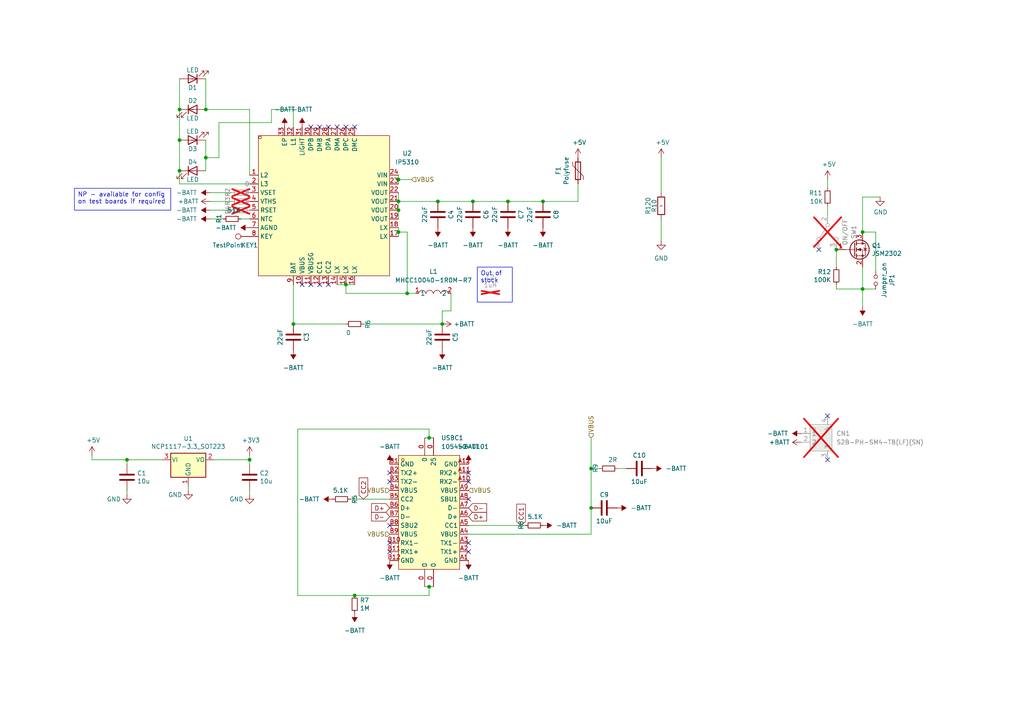
<source format=kicad_sch>
(kicad_sch (version 20231120) (generator "eeschema") (generator_version "8.0")
  (paper "A4")
  (lib_symbols
    (symbol "Connector:TestPoint" (pin_numbers hide) (pin_names (offset 0.762) hide)
      (property "Reference" "TP" (at 0 6.858 0))
      (property "Value" "TestPoint" (at 0 5.08 0))
      (symbol "TestPoint_0_1"
        (circle (center 0 3.302) (radius 0.762))
      )
      (symbol "TestPoint_1_1"
        (pin passive line (at 0 0 90) (length 2.54) (name "1") (number "1"))
      )
    )
    (symbol "Device:C" (pin_numbers hide) (pin_names (offset 0.254))
      (property "Reference" "C" (at 0.635 2.54 0))
      (property "Value" "C" (at 0.635 -2.54 0))
      (symbol "C_0_1"
        (polyline (pts (xy -2.032 -0.762) (xy 2.032 -0.762)) (stroke (width 0.508)))
        (polyline (pts (xy -2.032 0.762) (xy 2.032 0.762)) (stroke (width 0.508)))
      )
      (symbol "C_1_1"
        (pin passive line (at 0 3.81 270) (length 2.794) (name "~") (number "1"))
        (pin passive line (at 0 -3.81 90) (length 2.794) (name "~") (number "2"))
      )
    )
    (symbol "Device:LED" (pin_numbers hide) (pin_names (offset 1.016) hide)
      (property "Reference" "D" (at 0 2.54 0))
      (property "Value" "LED" (at 0 -2.54 0))
      (symbol "LED_0_1"
        (polyline (pts (xy -1.27 -1.27) (xy -1.27 1.27)) (stroke (width 0.254)))
        (polyline (pts (xy -1.27 0) (xy 1.27 0)))
        (polyline (pts (xy 1.27 -1.27) (xy 1.27 1.27) (xy -1.27 0) (xy 1.27 -1.27)) (stroke (width 0.254)))
        (polyline (pts (xy -3.048 -0.762) (xy -4.572 -2.286) (xy -3.81 -2.286) (xy -4.572 -2.286) (xy -4.572 -1.524)))
        (polyline (pts (xy -1.778 -0.762) (xy -3.302 -2.286) (xy -2.54 -2.286) (xy -3.302 -2.286) (xy -3.302 -1.524)))
      )
      (symbol "LED_1_1"
        (pin passive line (at -3.81 0 0) (length 2.54) (name "K") (number "1"))
        (pin passive line (at 3.81 0 180) (length 2.54) (name "A") (number "2"))
      )
    )
    (symbol "Device:L_Small" (pin_numbers hide) (pin_names (offset 0.254) hide)
      (property "Reference" "L" (at 0.762 1.016 0))
      (property "Value" "L_Small" (at 0.762 -1.016 0))
      (symbol "L_Small_0_1"
        (arc (start 0 -2.032) (mid 0.5058 -1.524) (end 0 -1.016))
        (arc (start 0 -1.016) (mid 0.5058 -0.508) (end 0 0))
        (arc (start 0 0) (mid 0.5058 0.508) (end 0 1.016))
        (arc (start 0 1.016) (mid 0.5058 1.524) (end 0 2.032))
      )
      (symbol "L_Small_1_1"
        (pin passive line (at 0 2.54 270) (length 0.508) (name "~") (number "1"))
        (pin passive line (at 0 -2.54 90) (length 0.508) (name "~") (number "2"))
      )
    )
    (symbol "Device:Polyfuse" (pin_numbers hide) (pin_names (offset 0))
      (property "Reference" "F" (at -2.54 0 90))
      (property "Value" "Polyfuse" (at 2.54 0 90))
      (symbol "Polyfuse_0_1"
        (rectangle (start -0.762 2.54) (end 0.762 -2.54) (stroke (width 0.254)))
        (polyline (pts (xy 0 2.54) (xy 0 -2.54)))
        (polyline (pts (xy -1.524 2.54) (xy -1.524 1.524) (xy 1.524 -1.524) (xy 1.524 -2.54)))
      )
      (symbol "Polyfuse_1_1"
        (pin passive line (at 0 3.81 270) (length 1.27) (name "~") (number "1"))
        (pin passive line (at 0 -3.81 90) (length 1.27) (name "~") (number "2"))
      )
    )
    (symbol "Device:R" (pin_numbers hide) (pin_names (offset 0))
      (property "Reference" "R" (at 2.032 0 90))
      (property "Value" "R" (at 0 0 90))
      (symbol "R_0_1"
        (rectangle (start -1.016 -2.54) (end 1.016 2.54) (stroke (width 0.254)))
      )
      (symbol "R_1_1"
        (pin passive line (at 0 3.81 270) (length 1.27) (name "~") (number "1"))
        (pin passive line (at 0 -3.81 90) (length 1.27) (name "~") (number "2"))
      )
    )
    (symbol "Device:R_Small" (pin_numbers hide) (pin_names (offset 0.254) hide)
      (property "Reference" "R" (at 0.762 0.508 0))
      (property "Value" "R_Small" (at 0.762 -1.016 0))
      (symbol "R_Small_0_1"
        (rectangle (start -0.762 1.778) (end 0.762 -1.778) (stroke (width 0.2032)))
      )
      (symbol "R_Small_1_1"
        (pin passive line (at 0 2.54 270) (length 0.762) (name "~") (number "1"))
        (pin passive line (at 0 -2.54 90) (length 0.762) (name "~") (number "2"))
      )
    )
    (symbol "MyBikesGotLED-rescue:Jumper_NO_Small-Device" (pin_numbers hide) (pin_names (offset 0.762) hide)
      (property "Reference" "JP" (at 0 2.032 0))
      (property "Value" "Jumper_NO_Small-Device" (at 0.254 -1.524 0))
      (symbol "Jumper_NO_Small-Device_0_1"
        (circle (center -1.016 0) (radius 0.508))
        (circle (center 1.016 0) (radius 0.508))
        (pin passive line (at -2.54 0 0) (length 1.016) (name "1") (number "1"))
        (pin passive line (at 2.54 0 180) (length 1.016) (name "2") (number "2"))
      )
    )
    (symbol "Regulator_Linear:NCP1117-3.3_SOT223" (pin_names (offset 0.254))
      (property "Reference" "U" (at -3.81 3.175 0))
      (property "Value" "NCP1117-3.3_SOT223" (at 0 3.175 0))
      (symbol "NCP1117-3.3_SOT223_0_1"
        (rectangle (start -5.08 -5.08) (end 5.08 1.905) (stroke (width 0.254)) (fill (type background)))
      )
      (symbol "NCP1117-3.3_SOT223_1_1"
        (pin power_in line (at 0 -7.62 90) (length 2.54) (name "GND") (number "1"))
        (pin power_out line (at 7.62 0 180) (length 2.54) (name "VO") (number "2"))
        (pin power_in line (at -7.62 0 0) (length 2.54) (name "VI") (number "3"))
      )
    )
    (symbol "Switch:SW_SPDT" (pin_names (offset 0) hide)
      (property "Reference" "SW" (at 0 4.318 0))
      (property "Value" "SW_SPDT" (at 0 -5.08 0))
      (symbol "SW_SPDT_0_0"
        (circle (center -2.032 0) (radius 0.508))
        (circle (center 2.032 -2.54) (radius 0.508))
      )
      (symbol "SW_SPDT_0_1"
        (polyline (pts (xy -1.524 0.254) (xy 1.651 2.286)))
        (circle (center 2.032 2.54) (radius 0.508))
      )
      (symbol "SW_SPDT_1_1"
        (pin passive line (at 5.08 2.54 180) (length 2.54) (name "A") (number "1"))
        (pin passive line (at -5.08 0 0) (length 2.54) (name "B") (number "2"))
        (pin passive line (at 5.08 -2.54 180) (length 2.54) (name "C") (number "3"))
      )
    )
    (symbol "Transistor_FET:DMN2041L" (pin_names hide)
      (property "Reference" "Q" (at 5.08 1.905 0))
      (property "Value" "DMN2041L" (at 5.08 0 0))
      (symbol "DMN2041L_0_1"
        (polyline (pts (xy 0.254 0) (xy -2.54 0)))
        (polyline (pts (xy 0.254 1.905) (xy 0.254 -1.905)) (stroke (width 0.254)))
        (polyline (pts (xy 0.762 -1.27) (xy 0.762 -2.286)) (stroke (width 0.254)))
        (polyline (pts (xy 0.762 0.508) (xy 0.762 -0.508)) (stroke (width 0.254)))
        (polyline (pts (xy 0.762 2.286) (xy 0.762 1.27)) (stroke (width 0.254)))
        (polyline (pts (xy 2.54 2.54) (xy 2.54 1.778)))
        (polyline (pts (xy 2.54 -2.54) (xy 2.54 0) (xy 0.762 0)))
        (polyline (pts (xy 0.762 -1.778) (xy 3.302 -1.778) (xy 3.302 1.778) (xy 0.762 1.778)))
        (polyline (pts (xy 1.016 0) (xy 2.032 0.381) (xy 2.032 -0.381) (xy 1.016 0)) (fill (type outline)))
        (polyline (pts (xy 2.794 0.508) (xy 2.921 0.381) (xy 3.683 0.381) (xy 3.81 0.254)))
        (polyline (pts (xy 3.302 0.381) (xy 2.921 -0.254) (xy 3.683 -0.254) (xy 3.302 0.381)))
        (circle (center 1.651 0) (radius 2.794) (stroke (width 0.254)))
        (circle (center 2.54 -1.778) (radius 0.254) (fill (type outline)))
        (circle (center 2.54 1.778) (radius 0.254) (fill (type outline)))
      )
      (symbol "DMN2041L_1_1"
        (pin input line (at -5.08 0 0) (length 2.54) (name "G") (number "1"))
        (pin passive line (at 2.54 -5.08 90) (length 2.54) (name "S") (number "2"))
        (pin passive line (at 2.54 5.08 270) (length 2.54) (name "D") (number "3"))
      )
    )
    (symbol "easyeda2kicad:105450-0101"
      (property "Reference" "USBC" (at 0 26.67 0))
      (property "Value" "105450-0101" (at 0 -26.67 0))
      (symbol "105450-0101_0_1"
        (rectangle (start -8.89 16.51) (end 8.89 -16.51) (fill (type background)))
        (circle (center -7.62 15.24) (radius 0.38))
        (pin unspecified line (at -1.27 -21.59 90) (length 5.08) (name "0") (number "0"))
        (pin unspecified line (at -1.27 21.59 270) (length 5.08) (name "0") (number "0"))
        (pin unspecified line (at 1.27 -21.59 90) (length 5.08) (name "0") (number "0"))
        (pin unspecified line (at 1.27 21.59 270) (length 5.08) (name "25") (number "0"))
        (pin unspecified line (at 11.43 -13.97 180) (length 2.54) (name "GND") (number "A1"))
        (pin unspecified line (at 11.43 8.89 180) (length 2.54) (name "RX2-") (number "A10"))
        (pin unspecified line (at 11.43 11.43 180) (length 2.54) (name "RX2+") (number "A11"))
        (pin unspecified line (at 11.43 13.97 180) (length 2.54) (name "GND") (number "A12"))
        (pin unspecified line (at 11.43 -11.43 180) (length 2.54) (name "TX1+") (number "A2"))
        (pin unspecified line (at 11.43 -8.89 180) (length 2.54) (name "TX1-") (number "A3"))
        (pin unspecified line (at 11.43 -6.35 180) (length 2.54) (name "VBUS") (number "A4"))
        (pin unspecified line (at 11.43 -3.81 180) (length 2.54) (name "CC1") (number "A5"))
        (pin unspecified line (at 11.43 -1.27 180) (length 2.54) (name "D+") (number "A6"))
        (pin unspecified line (at 11.43 1.27 180) (length 2.54) (name "D-") (number "A7"))
        (pin unspecified line (at 11.43 3.81 180) (length 2.54) (name "SBU1") (number "A8"))
        (pin unspecified line (at 11.43 6.35 180) (length 2.54) (name "VBUS") (number "A9"))
        (pin unspecified line (at -11.43 13.97 0) (length 2.54) (name "GND") (number "B1"))
        (pin unspecified line (at -11.43 -8.89 0) (length 2.54) (name "RX1-") (number "B10"))
        (pin unspecified line (at -11.43 -11.43 0) (length 2.54) (name "RX1+") (number "B11"))
        (pin unspecified line (at -11.43 -13.97 0) (length 2.54) (name "GND") (number "B12"))
        (pin unspecified line (at -11.43 11.43 0) (length 2.54) (name "TX2+") (number "B2"))
        (pin unspecified line (at -11.43 8.89 0) (length 2.54) (name "TX2-") (number "B3"))
        (pin unspecified line (at -11.43 6.35 0) (length 2.54) (name "VBUS") (number "B4"))
        (pin unspecified line (at -11.43 3.81 0) (length 2.54) (name "CC2") (number "B5"))
        (pin unspecified line (at -11.43 1.27 0) (length 2.54) (name "D+") (number "B6"))
        (pin unspecified line (at -11.43 -1.27 0) (length 2.54) (name "D-") (number "B7"))
        (pin unspecified line (at -11.43 -3.81 0) (length 2.54) (name "SBU2") (number "B8"))
        (pin unspecified line (at -11.43 -6.35 0) (length 2.54) (name "VBUS") (number "B9"))
      )
    )
    (symbol "easyeda2kicad:IP5310"
      (property "Reference" "U" (at 0 27.94 0))
      (property "Value" "IP5310" (at 0 -27.94 0))
      (symbol "IP5310_0_1"
        (rectangle (start -19.05 20.32) (end 19.05 -20.32) (fill (type background)))
        (circle (center -18.54 19.81) (radius 0.38))
        (pin unspecified line (at -21.59 8.89 0) (length 2.54) (name "L2") (number "1"))
        (pin unspecified line (at -6.35 -22.86 90) (length 2.54) (name "VBUS") (number "10"))
        (pin unspecified line (at -3.81 -22.86 90) (length 2.54) (name "VBUSG") (number "11"))
        (pin unspecified line (at -1.27 -22.86 90) (length 2.54) (name "CC1") (number "12"))
        (pin unspecified line (at 1.27 -22.86 90) (length 2.54) (name "CC2") (number "13"))
        (pin unspecified line (at 3.81 -22.86 90) (length 2.54) (name "LX") (number "14"))
        (pin unspecified line (at 6.35 -22.86 90) (length 2.54) (name "LX") (number "15"))
        (pin unspecified line (at 8.89 -22.86 90) (length 2.54) (name "LX") (number "16"))
        (pin unspecified line (at 21.59 -8.89 180) (length 2.54) (name "LX") (number "17"))
        (pin unspecified line (at 21.59 -6.35 180) (length 2.54) (name "LX") (number "18"))
        (pin unspecified line (at 21.59 -3.81 180) (length 2.54) (name "VOUT") (number "19"))
        (pin unspecified line (at -21.59 6.35 0) (length 2.54) (name "L3") (number "2"))
        (pin unspecified line (at 21.59 -1.27 180) (length 2.54) (name "VOUT") (number "20"))
        (pin unspecified line (at 21.59 1.27 180) (length 2.54) (name "VOUT") (number "21"))
        (pin unspecified line (at 21.59 3.81 180) (length 2.54) (name "VOUT") (number "22"))
        (pin unspecified line (at 21.59 6.35 180) (length 2.54) (name "VIN") (number "23"))
        (pin unspecified line (at 21.59 8.89 180) (length 2.54) (name "VIN") (number "24"))
        (pin unspecified line (at 8.89 22.86 270) (length 2.54) (name "DMC") (number "25"))
        (pin unspecified line (at 6.35 22.86 270) (length 2.54) (name "DPC") (number "26"))
        (pin unspecified line (at 3.81 22.86 270) (length 2.54) (name "DMA") (number "27"))
        (pin unspecified line (at 1.27 22.86 270) (length 2.54) (name "DPA") (number "28"))
        (pin unspecified line (at -1.27 22.86 270) (length 2.54) (name "DMB") (number "29"))
        (pin unspecified line (at -21.59 3.81 0) (length 2.54) (name "VSET") (number "3"))
        (pin unspecified line (at -3.81 22.86 270) (length 2.54) (name "DPB") (number "30"))
        (pin unspecified line (at -6.35 22.86 270) (length 2.54) (name "LIGHT") (number "31"))
        (pin unspecified line (at -8.89 22.86 270) (length 2.54) (name "L1") (number "32"))
        (pin unspecified line (at -11.43 22.86 270) (length 2.54) (name "EP") (number "33"))
        (pin unspecified line (at -21.59 1.27 0) (length 2.54) (name "VTHS") (number "4"))
        (pin unspecified line (at -21.59 -1.27 0) (length 2.54) (name "RSET") (number "5"))
        (pin unspecified line (at -21.59 -3.81 0) (length 2.54) (name "NTC") (number "6"))
        (pin unspecified line (at -21.59 -6.35 0) (length 2.54) (name "AGND") (number "7"))
        (pin unspecified line (at -21.59 -8.89 0) (length 2.54) (name "KEY") (number "8"))
        (pin unspecified line (at -8.89 -22.86 90) (length 2.54) (name "BAT") (number "9"))
      )
    )
    (symbol "easyeda2kicad:MHCC10040-1R0M-R7"
      (property "Reference" "L" (at 0 5.08 0))
      (property "Value" "MHCC10040-1R0M-R7" (at 0 -5.08 0))
      (symbol "MHCC10040-1R0M-R7_0_1"
        (arc (start -2.27 -0.02) (mid -3.28 0.9027) (end -4.29 -0.02))
        (arc (start -0.11 -0.02) (mid -1.12 0.9071) (end -2.13 -0.02))
        (arc (start 2.04 -0.02) (mid 1.03 0.9071) (end 0.02 -0.02))
        (arc (start 4.23 -0.02) (mid 3.22 0.9071) (end 2.21 -0.02))
        (pin unspecified line (at -5.08 0 0) (length 0.762) (name "1") (number "1"))
        (pin unspecified line (at 5.08 0 180) (length 0.762) (name "2") (number "2"))
      )
    )
    (symbol "easyeda2kicad:S2B-PH-SM4-TB(LF)(SN)"
      (property "Reference" "CN" (at 0 11.43 0))
      (property "Value" "S2B-PH-SM4-TB(LF)(SN)" (at 0 -11.43 0))
      (symbol "S2B-PH-SM4-TB(LF)(SN)_0_1"
        (rectangle (start -1.27 3.81) (end 5.08 -3.81) (fill (type background)))
        (circle (center 0 2.54) (radius 0.38))
        (pin unspecified line (at -3.81 1.27 0) (length 2.54) (name "1") (number "1"))
        (pin unspecified line (at -3.81 -1.27 0) (length 2.54) (name "2") (number "2"))
        (pin unspecified line (at 3.81 -6.35 90) (length 2.54) (name "3") (number "3"))
        (pin unspecified line (at 3.81 6.35 270) (length 2.54) (name "4") (number "4"))
      )
    )
    (symbol "power:+3V3" (power) (pin_names (offset 0))
      (property "Value" "+3V3" (at 0 3.556 0))
      (symbol "+3V3_0_1"
        (polyline (pts (xy -0.762 1.27) (xy 0 2.54)))
        (polyline (pts (xy 0 0) (xy 0 2.54)))
        (polyline (pts (xy 0 2.54) (xy 0.762 1.27)))
      )
      (symbol "+3V3_1_1"
        (pin power_in line (at 0 0 90) (length 0) hide (name "+3V3") (number "1"))
      )
    )
    (symbol "power:+5V" (power) (pin_names (offset 0))
      (property "Value" "+5V" (at 0 3.556 0))
      (symbol "+5V_0_1"
        (polyline (pts (xy -0.762 1.27) (xy 0 2.54)))
        (polyline (pts (xy 0 0) (xy 0 2.54)))
        (polyline (pts (xy 0 2.54) (xy 0.762 1.27)))
      )
      (symbol "+5V_1_1"
        (pin power_in line (at 0 0 90) (length 0) hide (name "+5V") (number "1"))
      )
    )
    (symbol "power:+BATT" (power) (pin_names (offset 0))
      (property "Value" "+BATT" (at 0 3.556 0))
      (symbol "+BATT_0_1"
        (polyline (pts (xy -0.762 1.27) (xy 0 2.54)))
        (polyline (pts (xy 0 0) (xy 0 2.54)))
        (polyline (pts (xy 0 2.54) (xy 0.762 1.27)))
      )
      (symbol "+BATT_1_1"
        (pin power_in line (at 0 0 90) (length 0) hide (name "+BATT") (number "1"))
      )
    )
    (symbol "power:-BATT" (power) (pin_names (offset 0))
      (property "Value" "-BATT" (at 0 3.556 0))
      (symbol "-BATT_0_1"
        (polyline (pts (xy 0 0) (xy 0 2.54)))
        (polyline (pts (xy 0.762 1.27) (xy -0.762 1.27) (xy 0 2.54) (xy 0.762 1.27)) (fill (type outline)))
      )
      (symbol "-BATT_1_1"
        (pin power_in line (at 0 0 90) (length 0) hide (name "-BATT") (number "1"))
      )
    )
    (symbol "power:GND" (power) (pin_names (offset 0))
      (property "Value" "GND" (at 0 -3.81 0))
      (symbol "GND_0_1"
        (polyline (pts (xy 0 0) (xy 0 -1.27) (xy 1.27 -1.27) (xy 0 -2.54) (xy -1.27 -1.27) (xy 0 -1.27)))
      )
      (symbol "GND_1_1"
        (pin power_in line (at 0 0 270) (length 0) hide (name "GND") (number "1"))
      )
    )
  )
  (junction (at 250.19 67.31))
  (junction (at 72.39 133.35))
  (junction (at 115.57 67.31))
  (junction (at 128.27 93.98))
  (junction (at 100.33 82.55))
  (junction (at 157.48 58.42))
  (junction (at 147.32 58.42))
  (junction (at 124.46 127))
  (junction (at 250.19 83.82))
  (junction (at 52.07 49.53))
  (junction (at 115.57 58.42))
  (junction (at 59.69 31.75))
  (junction (at 242.57 72.39))
  (junction (at 52.07 40.64))
  (junction (at 137.16 58.42))
  (junction (at 115.57 52.07))
  (junction (at 52.07 31.75))
  (junction (at 102.87 172.72))
  (junction (at 118.11 85.09))
  (junction (at 171.45 135.89))
  (junction (at 171.45 147.32))
  (junction (at 124.46 170.18))
  (junction (at 59.69 45.72))
  (junction (at 36.83 133.35))
  (junction (at 115.57 60.96))
  (junction (at 127 58.42))
  (junction (at 85.09 93.98))
  (no_connect (at 102.87 36.83))
  (no_connect (at 135.89 139.7))
  (no_connect (at 113.03 160.02))
  (no_connect (at 240.03 133.35))
  (no_connect (at 90.17 82.55))
  (no_connect (at 97.79 36.83))
  (no_connect (at 135.89 157.48))
  (no_connect (at 90.17 36.83))
  (no_connect (at 237.49 72.39))
  (no_connect (at 240.03 120.65))
  (no_connect (at 135.89 160.02))
  (no_connect (at 87.63 82.55))
  (no_connect (at 135.89 137.16))
  (no_connect (at 113.03 137.16))
  (no_connect (at 113.03 152.4))
  (no_connect (at 92.71 36.83))
  (no_connect (at 113.03 139.7))
  (no_connect (at 100.33 36.83))
  (no_connect (at 95.25 82.55))
  (no_connect (at 95.25 36.83))
  (no_connect (at 135.89 144.78))
  (no_connect (at 113.03 157.48))
  (no_connect (at 92.71 82.55))
  (wire (pts (xy 46.99 133.35) (xy 36.83 133.35)))
  (wire (pts (xy 123.19 170.18) (xy 124.46 170.18)))
  (wire (pts (xy 26.67 132.08) (xy 26.67 133.35)))
  (wire (pts (xy 97.79 82.55) (xy 100.33 82.55)))
  (wire (pts (xy 240.03 59.69) (xy 240.03 62.23)))
  (wire (pts (xy 118.11 85.09) (xy 118.11 67.31)))
  (wire (pts (xy 179.07 135.89) (xy 181.61 135.89)))
  (wire (pts (xy 100.33 85.09) (xy 118.11 85.09)))
  (wire (pts (xy 242.57 83.82) (xy 242.57 82.55)))
  (wire (pts (xy 85.09 31.75) (xy 78.74 31.75)))
  (wire (pts (xy 86.36 172.72) (xy 102.87 172.72)))
  (wire (pts (xy 72.39 142.24) (xy 72.39 143.51)))
  (wire (pts (xy 119.38 52.07) (xy 115.57 52.07)))
  (wire (pts (xy 36.83 142.24) (xy 36.83 143.51)))
  (wire (pts (xy 26.67 133.35) (xy 36.83 133.35)))
  (wire (pts (xy 250.19 83.82) (xy 250.19 88.9)))
  (wire (pts (xy 52.07 31.75) (xy 52.07 40.64)))
  (wire (pts (xy 115.57 52.07) (xy 115.57 53.34)))
  (wire (pts (xy 135.89 152.4) (xy 152.4 152.4)))
  (wire (pts (xy 52.07 22.86) (xy 52.07 31.75)))
  (wire (pts (xy 59.69 45.72) (xy 59.69 49.53)))
  (wire (pts (xy 72.39 134.62) (xy 72.39 133.35)))
  (wire (pts (xy 167.64 53.34) (xy 167.64 58.42)))
  (wire (pts (xy 250.19 57.15) (xy 250.19 67.31)))
  (wire (pts (xy 54.61 140.97) (xy 54.61 142.24)))
  (wire (pts (xy 72.39 133.35) (xy 72.39 132.08)))
  (wire (pts (xy 171.45 147.32) (xy 171.45 154.94)))
  (wire (pts (xy 135.89 154.94) (xy 171.45 154.94)))
  (wire (pts (xy 250.19 83.82) (xy 242.57 83.82)))
  (wire (pts (xy 240.03 52.07) (xy 240.03 54.61)))
  (wire (pts (xy 124.46 127) (xy 125.73 127)))
  (wire (pts (xy 254 83.82) (xy 250.19 83.82)))
  (wire (pts (xy 69.85 63.5) (xy 72.39 63.5)))
  (wire (pts (xy 115.57 50.8) (xy 115.57 52.07)))
  (wire (pts (xy 60.96 55.88) (xy 67.31 55.88)))
  (wire (pts (xy 127 58.42) (xy 137.16 58.42)))
  (wire (pts (xy 171.45 127) (xy 171.45 135.89)))
  (wire (pts (xy 123.19 127) (xy 124.46 127)))
  (wire (pts (xy 105.41 93.98) (xy 128.27 93.98)))
  (wire (pts (xy 115.57 67.31) (xy 115.57 68.58)))
  (wire (pts (xy 124.46 170.18) (xy 125.73 170.18)))
  (wire (pts (xy 72.39 31.75) (xy 59.69 31.75)))
  (wire (pts (xy 157.48 58.42) (xy 167.64 58.42)))
  (wire (pts (xy 130.81 90.17) (xy 128.27 90.17)))
  (wire (pts (xy 72.39 53.34) (xy 52.07 53.34)))
  (wire (pts (xy 115.57 58.42) (xy 115.57 60.96)))
  (wire (pts (xy 86.36 124.46) (xy 86.36 172.72)))
  (wire (pts (xy 171.45 135.89) (xy 173.99 135.89)))
  (wire (pts (xy 63.5 35.56) (xy 63.5 45.72)))
  (wire (pts (xy 115.57 55.88) (xy 115.57 58.42)))
  (wire (pts (xy 124.46 172.72) (xy 102.87 172.72)))
  (wire (pts (xy 130.81 85.09) (xy 130.81 90.17)))
  (wire (pts (xy 124.46 124.46) (xy 86.36 124.46)))
  (wire (pts (xy 254 67.31) (xy 254 78.74)))
  (wire (pts (xy 254 67.31) (xy 250.19 67.31)))
  (wire (pts (xy 100.33 82.55) (xy 100.33 85.09)))
  (wire (pts (xy 118.11 67.31) (xy 115.57 67.31)))
  (wire (pts (xy 36.83 134.62) (xy 36.83 133.35)))
  (wire (pts (xy 60.96 58.42) (xy 67.31 58.42)))
  (wire (pts (xy 60.96 63.5) (xy 64.77 63.5)))
  (wire (pts (xy 115.57 58.42) (xy 127 58.42)))
  (wire (pts (xy 250.19 57.15) (xy 255.27 57.15)))
  (wire (pts (xy 78.74 31.75) (xy 78.74 35.56)))
  (wire (pts (xy 60.96 60.96) (xy 67.31 60.96)))
  (wire (pts (xy 147.32 58.42) (xy 157.48 58.42)))
  (wire (pts (xy 124.46 127) (xy 124.46 124.46)))
  (wire (pts (xy 118.11 85.09) (xy 120.65 85.09)))
  (wire (pts (xy 100.33 82.55) (xy 102.87 82.55)))
  (wire (pts (xy 137.16 58.42) (xy 147.32 58.42)))
  (wire (pts (xy 59.69 40.64) (xy 59.69 45.72)))
  (wire (pts (xy 85.09 93.98) (xy 85.09 82.55)))
  (wire (pts (xy 115.57 66.04) (xy 115.57 67.31)))
  (wire (pts (xy 128.27 90.17) (xy 128.27 93.98)))
  (wire (pts (xy 191.77 45.72) (xy 191.77 55.88)))
  (wire (pts (xy 85.09 36.83) (xy 85.09 31.75)))
  (wire (pts (xy 63.5 45.72) (xy 59.69 45.72)))
  (wire (pts (xy 52.07 53.34) (xy 52.07 49.53)))
  (wire (pts (xy 171.45 135.89) (xy 171.45 147.32)))
  (wire (pts (xy 250.19 77.47) (xy 250.19 83.82)))
  (wire (pts (xy 85.09 93.98) (xy 100.33 93.98)))
  (wire (pts (xy 59.69 22.86) (xy 59.69 31.75)))
  (wire (pts (xy 101.6 144.78) (xy 113.03 144.78)))
  (wire (pts (xy 242.57 72.39) (xy 242.57 77.47)))
  (wire (pts (xy 78.74 35.56) (xy 63.5 35.56)))
  (wire (pts (xy 62.23 133.35) (xy 72.39 133.35)))
  (wire (pts (xy 124.46 170.18) (xy 124.46 172.72)))
  (wire (pts (xy 52.07 40.64) (xy 52.07 49.53)))
  (wire (pts (xy 191.77 63.5) (xy 191.77 69.85)))
  (wire (pts (xy 72.39 50.8) (xy 72.39 31.75)))
  (wire (pts (xy 115.57 60.96) (xy 115.57 63.5)))
  (text_box "NP - available for config on test boards if required" (at 21.59 54.61 0) (size 27.94 6.35) (effects (font (size 1.27 1.27)) (justify left top)))
  (text_box "Out of stock" (at 138.43 77.47 0) (size 10.16 10.16) (effects (font (size 1.27 1.27)) (justify left top)))
  (global_label "CC2" (shape input) (at 105.41 144.78 90) (property "Intersheetrefs" "${INTERSHEET_REFS}" (effects (hide yes))))
  (global_label "CC1" (shape input) (at 151.13 152.4 90) (property "Intersheetrefs" "${INTERSHEET_REFS}" (effects (hide yes))))
  (global_label "D-" (shape input) (at 113.03 149.86 180) (property "Intersheetrefs" "${INTERSHEET_REFS}" (effects (hide yes))))
  (global_label "D-" (shape input) (at 135.89 147.32 0) (property "Intersheetrefs" "${INTERSHEET_REFS}" (effects (hide yes))))
  (global_label "D+" (shape input) (at 135.89 149.86 0) (property "Intersheetrefs" "${INTERSHEET_REFS}" (effects (hide yes))))
  (global_label "D+" (shape input) (at 113.03 147.32 180) (property "Intersheetrefs" "${INTERSHEET_REFS}" (effects (hide yes))))
  (hierarchical_label "VBUS" (shape input) (at 135.89 142.24 0))
  (hierarchical_label "VBUS" (shape input) (at 113.03 142.24 180))
  (hierarchical_label "VBUS" (shape input) (at 171.45 127 90))
  (hierarchical_label "VBUS" (shape input) (at 119.38 52.07 0))
  (hierarchical_label "VBUS" (shape input) (at 113.03 154.94 180))
  (symbol (lib_id "Device:R_Small") (at 102.87 93.98 270) (unit 1)
    (property "Reference" "R6" (at 106.68 92.71 0) (effects (justify left)))
    (property "Value" "0" (at 100.33 96.52 90) (effects (justify left)))
    (property "Footprint" "Resistor_SMD:R_0402_1005Metric_Pad0.72x0.64mm_HandSolder" (effects (hide yes)))
    (property "LCSC" "C106231" (effects (hide yes)))
    (instances (project "MyBikesGotLED" (path "" (reference "R6") (unit 1))) (project "MyBikesGotLED" (path "" (reference "R20") (unit 1))))
  )
  (symbol (lib_id "power:+BATT") (at 232.41 128.27 90) (unit 1)
    (property "Reference" "#PWR0102a3" (effects (hide yes)))
    (property "Value" "+BATT" (at 226.06 128.27 90))
  )
  (symbol (lib_id "power:GND") (at 255.27 57.15 0) (unit 1)
    (property "Reference" "#PWR36" (effects (hide yes)))
    (property "Value" "GND" (at 255.397 61.5442 0))
    (instances (project "MyBikesGotLED" (path "" (reference "#PWR36") (unit 1))) (project "MyBikesGotLED" (path "" (reference "#PWR037") (unit 1))))
  )
  (symbol (lib_id "power:GND") (at 191.77 69.85 0) (unit 1)
    (property "Reference" "#PWR29" (effects (hide yes)))
    (property "Value" "GND" (at 191.77 74.93 0))
    (instances (project "MyBikesGotLED" (path "" (reference "#PWR29") (unit 1))) (project "MyBikesGotLED" (path "" (reference "#PWR033") (unit 1))))
  )
  (symbol (lib_id "Device:LED") (at 55.88 49.53 0) (unit 1)
    (property "Reference" "D4" (at 55.88 46.99 0))
    (property "Value" "LED" (at 55.88 52.07 0))
    (property "Footprint" "LED_SMD:LED_0805_2012Metric_Pad1.15x1.40mm_HandSolder" (effects (hide yes)))
    (property "Datasheet" "~" (at 55.88 49.53 0))
    (property "Description" "LED standard 0805 yellow" (effects (hide yes)))
    (property "Farnell" "2322102" (effects (hide yes)))
    (property "LCSC" "C965814" (effects (hide yes)))
    (property "LCSC Stock" "https://jlcpcb.com/partdetail/Xinglight-XL2012UYC/C965814" (effects (hide yes)))
    (instances (project "MyBikesGotLED" (path "" (reference "D4") (unit 1))) (project "MyBikesGotLED" (path "" (reference "D1") (unit 1))))
  )
  (symbol (lib_id "power:-BATT") (at 127 66.04 180) (unit 1)
    (property "Reference" "#PWR17" (effects (hide yes)))
    (property "Value" "-BATT" (at 127 71.12 0))
    (instances (project "MyBikesGotLED" (path "" (reference "#PWR17") (unit 1))) (project "MyBikesGotLED" (path "" (reference "#PWR022") (unit 1))))
  )
  (symbol (lib_id "Device:C") (at 85.09 97.79 0) (unit 1)
    (property "Reference" "C3" (at 88.9 97.79 90))
    (property "Value" "22uF" (at 81.28 97.79 90))
    (property "Footprint" "Capacitor_SMD:C_0402_1005Metric_Pad0.74x0.62mm_HandSolder" (effects (hide yes)))
    (property "LCSC" " C2179118" (effects (hide yes)))
    (instances (project "MyBikesGotLED" (path "" (reference "C3") (unit 1))) (project "MyBikesGotLED" (path "" (reference "C20") (unit 1))))
  )
  (symbol (lib_id "Device:C") (at 175.26 147.32 90) (unit 1)
    (property "Reference" "C9" (at 175.26 143.51 90))
    (property "Value" "10uF" (at 175.26 151.13 90))
    (property "Footprint" "Capacitor_SMD:C_0603_1608Metric_Pad1.08x0.95mm_HandSolder" (effects (hide yes)))
    (property "LCSC" "C76614" (effects (hide yes)))
    (instances (project "MyBikesGotLED" (path "" (reference "C9") (unit 1))) (project "MyBikesGotLED" (path "" (reference "C2") (unit 1))))
  )
  (symbol (lib_id "power:-BATT") (at 137.16 66.04 180) (unit 1)
    (property "Reference" "#PWR21" (effects (hide yes)))
    (property "Value" "-BATT" (at 137.16 71.12 0))
    (instances (project "MyBikesGotLED" (path "" (reference "#PWR21") (unit 1))) (project "MyBikesGotLED" (path "" (reference "#PWR023") (unit 1))))
  )
  (symbol (lib_id "power:-BATT") (at 179.07 147.32 270) (unit 1)
    (property "Reference" "#PWR26" (effects (hide yes)))
    (property "Value" "-BATT" (at 182.88 147.32 90) (effects (justify left)))
    (instances (project "MyBikesGotLED" (path "" (reference "#PWR26") (unit 1))) (project "MyBikesGotLED" (path "" (reference "#PWR06") (unit 1))))
  )
  (symbol (lib_id "Device:R_Small") (at 102.87 175.26 0) (unit 1)
    (property "Reference" "R7" (at 104.3686 174.0916 0) (effects (justify left)))
    (property "Value" "1M" (at 104.3686 176.403 0) (effects (justify left)))
    (property "Footprint" "Resistor_SMD:R_0402_1005Metric_Pad0.72x0.64mm_HandSolder" (effects (hide yes)))
    (property "LCSC" "C26083" (effects (hide yes)))
    (instances (project "MyBikesGotLED" (path "" (reference "R7") (unit 1))) (project "MyBikesGotLED" (path "" (reference "R1") (unit 1))))
  )
  (symbol (lib_id "Device:C") (at 157.48 62.23 0) (unit 1)
    (property "Reference" "C8" (at 161.29 62.23 90))
    (property "Value" "22uF" (at 153.67 62.23 90))
    (property "Footprint" "Capacitor_SMD:C_0402_1005Metric_Pad0.74x0.62mm_HandSolder" (effects (hide yes)))
    (property "LCSC" "C2179118" (effects (hide yes)))
    (instances (project "MyBikesGotLED" (path "" (reference "C8") (unit 1))) (project "MyBikesGotLED" (path "" (reference "C25") (unit 1))))
  )
  (symbol (lib_id "power:-BATT") (at 87.63 36.83 0) (unit 1)
    (property "Reference" "#PWR12" (effects (hide yes)))
    (property "Value" "-BATT" (at 87.63 31.75 0))
    (instances (project "MyBikesGotLED" (path "" (reference "#PWR12") (unit 1))) (project "MyBikesGotLED" (path "" (reference "#PWR010") (unit 1))))
  )
  (symbol (lib_id "Device:C") (at 72.39 138.43 0) (unit 1)
    (property "Reference" "C2" (at 75.311 137.2616 0) (effects (justify left)))
    (property "Value" "10u" (at 75.311 139.573 0) (effects (justify left)))
    (property "Footprint" "Capacitor_SMD:C_0805_2012Metric" (effects (hide yes)))
  )
  (symbol (lib_id "Device:Polyfuse") (at 167.64 49.53 0) (unit 1)
    (property "Reference" "F1" (at 161.925 49.53 90))
    (property "Value" "Polyfuse" (at 164.2364 49.53 90))
    (property "Footprint" "Fuse:Fuse_1812_4532Metric_Pad1.30x3.40mm_HandSolder" (effects (hide yes)))
    (property "Farnell" "1861167RL" (effects (hide yes)))
    (property "Farnell Price/Stock" "https://uk.farnell.com/multicomp/mc36225/fuse-ptc-reset-smd-24v-1-1a/dp/1861167RL" (effects (hide yes)))
    (property "LCSC" "C369172" (effects (hide yes)))
  )
  (symbol (lib_id "Connector:TestPoint") (at 72.39 68.58 90) (unit 1)
    (property "Reference" "KEY1" (at 72.39 71.12 90))
    (property "Value" "TestPoint" (at 66.04 71.12 90))
    (property "Footprint" "TestPoint:TestPoint_Pad_D2.0mm" (effects (hide yes)))
  )
  (symbol (lib_id "Switch:SW_SPDT") (at 240.03 67.31 90) (mirror x) (unit 1) (dnp yes)
    (property "Reference" "SW1" (at 247.65 67.31 0))
    (property "Value" "ON/OFF" (at 245.11 67.31 0))
    (property "Footprint" "Button_Switch_THT:SW_Slide_SPDT_Angled_CK_OS102011MA1Q" (effects (hide yes)))
    (property "Farnell" "1201431" (effects (hide yes)))
    (property "Farnell Price/Stock" "https://uk.farnell.com/c-k-components/os102011ma1qn1/switch-spdt-0-1a-12v-pcb-r-a/dp/1201431" (effects (hide yes)))
    (property "LCSC" "C226259" (effects (hide yes)))
    (property "LCSC Stock" "https://www.lcsc.com/product-detail/Slide-Switches_C-K-OS102011MA1QN1_C226259.html" (effects (hide yes)))
    (instances (project "MyBikesGotLED" (path "" (reference "SW1") (unit 1))) (project "MyBikesGotLED" (path "" (reference "SW3") (unit 1))))
  )
  (symbol (lib_id "Device:C") (at 147.32 62.23 0) (unit 1)
    (property "Reference" "C7" (at 151.13 62.23 90))
    (property "Value" "22uF" (at 143.51 62.23 90))
    (property "Footprint" "Capacitor_SMD:C_0402_1005Metric_Pad0.74x0.62mm_HandSolder" (effects (hide yes)))
    (property "LCSC" "C2179118" (effects (hide yes)))
    (instances (project "MyBikesGotLED" (path "" (reference "C7") (unit 1))) (project "MyBikesGotLED" (path "" (reference "C24") (unit 1))))
  )
  (symbol (lib_id "power:-BATT") (at 72.39 66.04 90) (unit 1)
    (property "Reference" "#PWR7" (effects (hide yes)))
    (property "Value" "-BATT" (at 68.58 66.04 90) (effects (justify left)))
    (instances (project "MyBikesGotLED" (path "" (reference "#PWR7") (unit 1))) (project "MyBikesGotLED" (path "" (reference "#PWR08") (unit 1))))
  )
  (symbol (lib_id "power:-BATT") (at 102.87 177.8 180) (unit 1)
    (property "Reference" "#PWR14" (effects (hide yes)))
    (property "Value" "-BATT" (at 102.87 182.88 0))
    (instances (project "MyBikesGotLED" (path "" (reference "#PWR14") (unit 1))) (project "MyBikesGotLED" (path "" (reference "#PWR016") (unit 1))))
  )
  (symbol (lib_id "Device:R_Small") (at 69.85 58.42 90) (unit 1) (in_bom no) (dnp yes)
    (property "Reference" "R3" (at 66.04 59.69 0) (effects (justify left)))
    (property "Value" "0" (at 72.39 55.88 90) (effects (justify left)))
    (property "Footprint" "Resistor_SMD:R_0603_1608Metric_Pad0.98x0.95mm_HandSolder" (effects (hide yes)))
    (property "Farnell Price/Stock" "https://uk.farnell.com/multicomp/mcwr06x5101ftl/res-5k1-1-0-1w-0603-thick-film/dp/2447404" (effects (hide yes)))
    (property "Farnell" "2447404" (effects (hide yes)))
    (instances (project "MyBikesGotLED" (path "" (reference "R3") (unit 1))) (project "MyBikesGotLED" (path "" (reference "R24") (unit 1))))
  )
  (symbol (lib_id "power:-BATT") (at 128.27 101.6 180) (unit 1)
    (property "Reference" "#PWR18" (effects (hide yes)))
    (property "Value" "-BATT" (at 128.27 106.68 0))
    (instances (project "MyBikesGotLED" (path "" (reference "#PWR18") (unit 1))) (project "MyBikesGotLED" (path "" (reference "#PWR027") (unit 1))))
  )
  (symbol (lib_id "Device:C") (at 127 62.23 0) (unit 1)
    (property "Reference" "C4" (at 130.81 62.23 90))
    (property "Value" "22uF" (at 123.19 62.23 90))
    (property "Footprint" "Capacitor_SMD:C_0402_1005Metric_Pad0.74x0.62mm_HandSolder" (effects (hide yes)))
    (property "LCSC" "C2179118" (effects (hide yes)))
    (instances (project "MyBikesGotLED" (path "" (reference "C4") (unit 1))) (project "MyBikesGotLED" (path "" (reference "C22") (unit 1))))
  )
  (symbol (lib_id "power:+5V") (at 191.77 45.72 0) (unit 1)
    (property "Reference" "#PWR28" (effects (hide yes)))
    (property "Value" "+5V" (at 192.151 41.3258 0))
    (instances (project "MyBikesGotLED" (path "" (reference "#PWR28") (unit 1))) (project "MyBikesGotLED" (path "" (reference "#PWR031") (unit 1))))
  )
  (symbol (lib_id "power:-BATT") (at 113.03 134.62 0) (unit 1)
    (property "Reference" "#PWR15" (effects (hide yes)))
    (property "Value" "-BATT" (at 113.03 129.54 0))
    (instances (project "MyBikesGotLED" (path "" (reference "#PWR15") (unit 1))) (project "MyBikesGotLED" (path "" (reference "#PWR043") (unit 1))))
  )
  (symbol (lib_id "power:-BATT") (at 113.03 162.56 180) (unit 1)
    (property "Reference" "#PWR16" (effects (hide yes)))
    (property "Value" "-BATT" (at 113.03 167.64 0))
    (instances (project "MyBikesGotLED" (path "" (reference "#PWR16") (unit 1))) (project "MyBikesGotLED" (path "" (reference "#PWR017") (unit 1))))
  )
  (symbol (lib_id "power:-BATT") (at 157.48 66.04 180) (unit 1)
    (property "Reference" "#PWR23" (effects (hide yes)))
    (property "Value" "-BATT" (at 157.48 71.12 0))
    (instances (project "MyBikesGotLED" (path "" (reference "#PWR23") (unit 1))) (project "MyBikesGotLED" (path "" (reference "#PWR026") (unit 1))))
  )
  (symbol (lib_id "Device:LED") (at 55.88 31.75 0) (unit 1)
    (property "Reference" "D2" (at 55.88 29.21 0))
    (property "Value" "LED" (at 55.88 34.29 0))
    (property "Footprint" "LED_SMD:LED_0805_2012Metric_Pad1.15x1.40mm_HandSolder" (effects (hide yes)))
    (property "Datasheet" "~" (at 55.88 31.75 0))
    (property "Description" "Led standard 0805 yellow" (effects (hide yes)))
    (property "LCSC" "C965814" (effects (hide yes)))
    (property "LCSC Stock" "https://jlcpcb.com/partdetail/Xinglight-XL2012UYC/C965814" (effects (hide yes)))
    (instances (project "MyBikesGotLED" (path "" (reference "D2") (unit 1))) (project "MyBikesGotLED" (path "" (reference "D3") (unit 1))))
  )
  (symbol (lib_id "easyeda2kicad:S2B-PH-SM4-TB(LF)(SN)") (at 236.22 127 0) (unit 1) (dnp yes)
    (property "Reference" "CN1" (at 242.57 125.7299 0) (effects (justify left)))
    (property "Value" "S2B-PH-SM4-TB(LF)(SN)" (at 242.57 128.2699 0) (effects (justify left)))
    (property "Footprint" "easyeda2kicad:CONN-SMD_P2.00_S2B-PH-SM4-TB-LF-SN" (effects (hide yes)))
    (property "Datasheet" "https://lcsc.com/product-detail/_JST-Sales-America_S2B-PH-SM4-TB-LF-SN_JST-Sales-America-S2B-PH-SM4-TB-LF-SN_C295747.html" (effects (hide yes)))
    (property "LCSC Part" "C295747" (effects (hide yes)))
  )
  (symbol (lib_id "easyeda2kicad:105450-0101") (at 124.46 148.59 0) (unit 1)
    (property "Reference" "USBC1" (at 127.9241 127 0) (effects (justify left)))
    (property "Value" "105450-0101" (at 127.9241 129.54 0) (effects (justify left)))
    (property "Footprint" "easyeda2kicad:USB-C-SMD_TYPE-C-USB-18" (effects (hide yes)))
    (property "Datasheet" "https://lcsc.com/product-detail/USB-Type-C_MOLEX_105450-0101_105450-0101_C134092.html" (effects (hide yes)))
    (property "LCSC" "C134092" (effects (hide yes)))
  )
  (symbol (lib_id "power:GND") (at 54.61 142.24 0) (unit 1)
    (property "Reference" "#PWR3" (effects (hide yes)))
    (property "Value" "GND" (at 50.8 143.51 0))
  )
  (symbol (lib_id "power:-BATT") (at 250.19 88.9 180) (unit 1)
    (property "Reference" "#PWR35" (effects (hide yes)))
    (property "Value" "-BATT" (at 250.19 93.98 0))
    (instances (project "MyBikesGotLED" (path "" (reference "#PWR35") (unit 1))) (project "MyBikesGotLED" (path "" (reference "#PWR036") (unit 1))))
  )
  (symbol (lib_id "power:-BATT") (at 157.48 152.4 270) (unit 1)
    (property "Reference" "#PWR24" (effects (hide yes)))
    (property "Value" "-BATT" (at 161.29 152.4 90) (effects (justify left)))
    (instances (project "MyBikesGotLED" (path "" (reference "#PWR24") (unit 1))) (project "MyBikesGotLED" (path "" (reference "#PWR018") (unit 1))))
  )
  (symbol (lib_id "Device:LED") (at 55.88 40.64 180) (unit 1)
    (property "Reference" "D3" (at 55.88 43.18 0))
    (property "Value" "LED" (at 55.88 38.1 0))
    (property "Footprint" "LED_SMD:LED_0805_2012Metric_Pad1.15x1.40mm_HandSolder" (effects (hide yes)))
    (property "Datasheet" "~" (at 55.88 40.64 0))
    (property "Description" "LED standard 0805 yellow" (effects (hide yes)))
    (property "LCSC" "C965814" (effects (hide yes)))
    (property "LCSC Stock" "https://jlcpcb.com/partdetail/Xinglight-XL2012UYC/C965814" (effects (hide yes)))
    (instances (project "MyBikesGotLED" (path "" (reference "D3") (unit 1))) (project "MyBikesGotLED" (path "" (reference "D2") (unit 1))))
  )
  (symbol (lib_id "Device:R_Small") (at 240.03 57.15 0) (mirror y) (unit 1)
    (property "Reference" "R11" (at 238.5314 55.9816 0) (effects (justify left)))
    (property "Value" "10K" (at 238.76 58.42 0) (effects (justify left)))
    (property "Footprint" "Resistor_SMD:R_0402_1005Metric" (effects (hide yes)))
    (property "Farnell" "2331740" (effects (hide yes)))
    (property "Farnell Price/Stock" "https://uk.farnell.com/te-connectivity/crgh0603j10k/res-10k-5-0-2w-0603-thick-film/dp/2331740" (effects (hide yes)))
    (property "LCSC" "C60490" (effects (hide yes)))
    (instances (project "MyBikesGotLED" (path "" (reference "R11") (unit 1))) (project "MyBikesGotLED" (path "" (reference "R22") (unit 1))))
  )
  (symbol (lib_id "easyeda2kicad:MHCC10040-1R0M-R7") (at 125.73 85.09 0) (unit 1)
    (property "Reference" "L1" (at 125.73 78.74 0))
    (property "Value" "MHCC10040-1R0M-R7" (at 125.73 81.28 0))
    (property "Footprint" "easyeda2kicad:IND-SMD_L11.6-W10.1" (effects (hide yes)))
    (property "Datasheet" "https://lcsc.com/product-detail/_Chilisin-Elec-MHCC10040-1R0M-R7_C280565.html" (effects (hide yes)))
    (property "LCSC Part" "C280565" (effects (hide yes)))
    (instances (project "" (path "" (reference "L1") (unit 1))) (project "" (path "" (reference "L2") (unit 1))))
  )
  (symbol (lib_id "Device:R_Small") (at 69.85 55.88 90) (unit 1) (in_bom no) (dnp yes)
    (property "Reference" "R2" (at 66.04 57.15 0) (effects (justify left)))
    (property "Value" "0" (at 72.39 53.34 90) (effects (justify left)))
    (property "Footprint" "Resistor_SMD:R_0603_1608Metric_Pad0.98x0.95mm_HandSolder" (effects (hide yes)))
    (property "Farnell Price/Stock" "https://uk.farnell.com/multicomp/mcwr06x5101ftl/res-5k1-1-0-1w-0603-thick-film/dp/2447404" (effects (hide yes)))
    (property "Farnell" "2447404" (effects (hide yes)))
    (instances (project "MyBikesGotLED" (path "" (reference "R2") (unit 1))) (project "MyBikesGotLED" (path "" (reference "R23") (unit 1))))
  )
  (symbol (lib_id "power:-BATT") (at 135.89 134.62 0) (unit 1)
    (property "Reference" "#PWR19" (effects (hide yes)))
    (property "Value" "-BATT" (at 135.89 129.54 0))
    (instances (project "MyBikesGotLED" (path "" (reference "#PWR19") (unit 1))) (project "MyBikesGotLED" (path "" (reference "#PWR044") (unit 1))))
  )
  (symbol (lib_id "Device:R_Small") (at 67.31 63.5 90) (unit 1)
    (property "Reference" "R1" (at 63.5 64.77 0) (effects (justify left)))
    (property "Value" "51K" (at 69.85 60.96 90) (effects (justify left)))
    (property "Footprint" "Resistor_SMD:R_0603_1608Metric_Pad0.98x0.95mm_HandSolder" (effects (hide yes)))
    (property "Farnell Price/Stock" "https://uk.farnell.com/multicomp/mcwr06x5101ftl/res-5k1-1-0-1w-0603-thick-film/dp/2447404" (effects (hide yes)))
    (property "Farnell" "2447404" (effects (hide yes)))
    (property "LCSC" "C269448" (effects (hide yes)))
    (instances (project "MyBikesGotLED" (path "" (reference "R1") (unit 1))) (project "MyBikesGotLED" (path "" (reference "R26") (unit 1))))
  )
  (symbol (lib_id "power:+BATT") (at 60.96 58.42 90) (unit 1)
    (property "Reference" "#PWR0102a1" (effects (hide yes)))
    (property "Value" "+BATT" (at 54.61 58.42 90))
    (instances (project "MyBikesGotLED" (path "" (reference "#PWR0102a1") (unit 1))) (project "MyBikesGotLED" (path "" (reference "#PWR0102a02") (unit 1))))
  )
  (symbol (lib_id "power:-BATT") (at 135.89 162.56 180) (unit 1)
    (property "Reference" "#PWR20" (effects (hide yes)))
    (property "Value" "-BATT" (at 135.89 167.64 0))
    (instances (project "MyBikesGotLED" (path "" (reference "#PWR20") (unit 1))) (project "MyBikesGotLED" (path "" (reference "#PWR042") (unit 1))))
  )
  (symbol (lib_id "power:-BATT") (at 147.32 66.04 180) (unit 1)
    (property "Reference" "#PWR22" (effects (hide yes)))
    (property "Value" "-BATT" (at 147.32 71.12 0))
    (instances (project "MyBikesGotLED" (path "" (reference "#PWR22") (unit 1))) (project "MyBikesGotLED" (path "" (reference "#PWR024") (unit 1))))
  )
  (symbol (lib_id "Device:C") (at 36.83 138.43 0) (unit 1)
    (property "Reference" "C1" (at 39.751 137.2616 0) (effects (justify left)))
    (property "Value" "10u" (at 39.751 139.573 0) (effects (justify left)))
    (property "Footprint" "Capacitor_SMD:C_0805_2012Metric" (effects (hide yes)))
  )
  (symbol (lib_id "Device:R_Small") (at 176.53 135.89 90) (unit 1)
    (property "Reference" "R9" (at 172.72 137.16 0) (effects (justify left)))
    (property "Value" "2R" (at 179.07 133.35 90) (effects (justify left)))
    (property "Footprint" "Resistor_SMD:R_0402_1005Metric" (effects (hide yes)))
    (property "Farnell Price/Stock" "https://uk.farnell.com/multicomp/mcwr06x5101ftl/res-5k1-1-0-1w-0603-thick-film/dp/2447404" (effects (hide yes)))
    (property "Farnell" "2447404" (effects (hide yes)))
    (property "LCSC" "C270630" (effects (hide yes)))
    (instances (project "MyBikesGotLED" (path "" (reference "R9") (unit 1))) (project "MyBikesGotLED" (path "" (reference "R4") (unit 1))))
  )
  (symbol (lib_id "power:+3V3") (at 72.39 132.08 0) (unit 1)
    (property "Reference" "#PWR8" (effects (hide yes)))
    (property "Value" "+3V3" (at 72.771 127.6858 0))
  )
  (symbol (lib_id "Device:R") (at 191.77 59.69 180) (unit 1)
    (property "Reference" "R10" (at 189.738 59.69 90))
    (property "Value" "R120" (at 187.96 59.69 90))
    (property "Footprint" "Resistor_SMD:R_0402_1005Metric" (effects (hide yes)))
    (property "Datasheet" "~" (at 191.77 59.69 0))
    (property "LCSC" "C114758" (effects (hide yes)))
    (instances (project "MyBikesGotLED" (path "" (reference "R10") (unit 1))) (project "MyBikesGotLED" (path "" (reference "R27") (unit 1))))
  )
  (symbol (lib_id "Regulator_Linear:NCP1117-3.3_SOT223") (at 54.61 133.35 0) (unit 1)
    (property "Reference" "U1" (at 54.61 127.2032 0))
    (property "Value" "NCP1117-3.3_SOT223" (at 54.61 129.5146 0))
    (property "Footprint" "Package_TO_SOT_SMD:SOT-223-3_TabPin2" (effects (hide yes)))
    (property "Datasheet" "http://www.onsemi.com/pub_link/Collateral/NCP1117-D.PDF" (effects (hide yes)))
    (property "LCSC" "C26537" (effects (hide yes)))
  )
  (symbol (lib_id "Device:R_Small") (at 154.94 152.4 90) (unit 1)
    (property "Reference" "R8" (at 151.13 153.67 0) (effects (justify left)))
    (property "Value" "5.1K" (at 157.48 149.86 90) (effects (justify left)))
    (property "Footprint" "Resistor_SMD:R_0402_1005Metric_Pad0.72x0.64mm_HandSolder" (effects (hide yes)))
    (property "Farnell Price/Stock" "https://uk.farnell.com/multicomp/mcwr06x5101ftl/res-5k1-1-0-1w-0603-thick-film/dp/2447404" (effects (hide yes)))
    (property "Farnell" "2447404" (effects (hide yes)))
    (property "LCSC" "C103079" (effects (hide yes)))
    (instances (project "MyBikesGotLED" (path "" (reference "R8") (unit 1))) (project "MyBikesGotLED" (path "" (reference "R3") (unit 1))))
  )
  (symbol (lib_id "power:GND") (at 72.39 143.51 0) (unit 1)
    (property "Reference" "#PWR9" (effects (hide yes)))
    (property "Value" "GND" (at 68.58 144.78 0))
  )
  (symbol (lib_id "power:GND") (at 36.83 143.51 0) (unit 1)
    (property "Reference" "#PWR2" (effects (hide yes)))
    (property "Value" "GND" (at 33.02 144.78 0))
  )
  (symbol (lib_id "power:-BATT") (at 96.52 144.78 90) (unit 1)
    (property "Reference" "#PWR13" (effects (hide yes)))
    (property "Value" "-BATT" (at 92.71 144.78 90) (effects (justify left)))
    (instances (project "MyBikesGotLED" (path "" (reference "#PWR13") (unit 1))) (project "MyBikesGotLED" (path "" (reference "#PWR019") (unit 1))))
  )
  (symbol (lib_id "power:-BATT") (at 85.09 101.6 180) (unit 1)
    (property "Reference" "#PWR11" (effects (hide yes)))
    (property "Value" "-BATT" (at 85.09 106.68 0))
    (instances (project "MyBikesGotLED" (path "" (reference "#PWR11") (unit 1))) (project "MyBikesGotLED" (path "" (reference "#PWR025") (unit 1))))
  )
  (symbol (lib_id "power:-BATT") (at 189.23 135.89 270) (unit 1)
    (property "Reference" "#PWR27" (effects (hide yes)))
    (property "Value" "-BATT" (at 193.04 135.89 90) (effects (justify left)))
    (instances (project "MyBikesGotLED" (path "" (reference "#PWR27") (unit 1))) (project "MyBikesGotLED" (path "" (reference "#PWR09") (unit 1))))
  )
  (symbol (lib_id "Device:R_Small") (at 242.57 80.01 0) (mirror y) (unit 1)
    (property "Reference" "R12" (at 241.0714 78.8416 0) (effects (justify left)))
    (property "Value" "100K" (at 241.0714 81.153 0) (effects (justify left)))
    (property "Footprint" "Resistor_SMD:R_0402_1005Metric" (effects (hide yes)))
    (property "Farnell" "2073355" (effects (hide yes)))
    (property "Farnell Price/Stock" "https://uk.farnell.com/multicomp/mcmr06x1023ftl/res-102k-1-0-1w-0603-ceramic/dp/2073355" (effects (hide yes)))
    (property "LCSC" "C60491" (effects (hide yes)))
    (instances (project "MyBikesGotLED" (path "" (reference "R12") (unit 1))) (project "MyBikesGotLED" (path "" (reference "R21") (unit 1))))
  )
  (symbol (lib_id "Device:C") (at 185.42 135.89 90) (unit 1)
    (property "Reference" "C10" (at 185.42 132.08 90))
    (property "Value" "10uF" (at 185.42 139.7 90))
    (property "Footprint" "Capacitor_SMD:C_0603_1608Metric_Pad1.08x0.95mm_HandSolder" (effects (hide yes)))
    (property "LCSC" " C76614" (effects (hide yes)))
    (instances (project "MyBikesGotLED" (path "" (reference "C10") (unit 1))) (project "MyBikesGotLED" (path "" (reference "C1") (unit 1))))
  )
  (symbol (lib_id "power:+BATT") (at 128.27 93.98 270) (unit 1)
    (property "Reference" "#PWR0102a2" (effects (hide yes)))
    (property "Value" "+BATT" (at 134.62 93.98 90))
    (instances (project "MyBikesGotLED" (path "" (reference "#PWR0102a2") (unit 1))) (project "MyBikesGotLED" (path "" (reference "#PWR0102a01") (unit 1))))
  )
  (symbol (lib_id "power:-BATT") (at 232.41 125.73 90) (unit 1)
    (property "Reference" "#PWR33" (effects (hide yes)))
    (property "Value" "-BATT" (at 228.6 125.7299 90) (effects (justify left)))
  )
  (symbol (lib_id "MyBikesGotLED-rescue:Jumper_NO_Small-Device") (at 254 81.28 270) (mirror x) (unit 1)
    (property "Reference" "JP1" (at 258.699 81.28 0))
    (property "Value" "Jumper_on" (at 256.3876 81.28 0))
    (property "Footprint" "Jumper:SolderJumper-2_P1.3mm_Open_RoundedPad1.0x1.5mm" (effects (hide yes)))
    (property "Description" "DNP" (effects (hide yes)))
    (instances (project "MyBikesGotLED" (path "" (reference "JP1") (unit 1))) (project "MyBikesGotLED" (path "" (reference "JP5") (unit 1))))
  )
  (symbol (lib_id "easyeda2kicad:IP5310") (at 93.98 59.69 0) (unit 1)
    (property "Reference" "U2" (at 118.11 44.4814 0))
    (property "Value" "IP5310" (at 118.11 47.0214 0))
    (property "Footprint" "easyeda2kicad:QFN-32_L5.0-W5.0-P0.50-BL-EP3.4" (effects (hide yes)))
    (property "Datasheet" "https://lcsc.com/product-detail/Others_INJOINIC-IP5310_C191176.html" (effects (hide yes)))
    (property "LCSC" "C191176" (effects (hide yes)))
    (property "LCSC Stock" "https://www.lcsc.com/product-detail/Battery-Management_INJOINIC-IP5310_C191176.html" (effects (hide yes)))
  )
  (symbol (lib_id "Device:C") (at 137.16 62.23 0) (unit 1)
    (property "Reference" "C6" (at 140.97 62.23 90))
    (property "Value" "22uF" (at 133.35 62.23 90))
    (property "Footprint" "Capacitor_SMD:C_0402_1005Metric_Pad0.74x0.62mm_HandSolder" (effects (hide yes)))
    (property "LCSC" "C2179118" (effects (hide yes)))
    (instances (project "MyBikesGotLED" (path "" (reference "C6") (unit 1))) (project "MyBikesGotLED" (path "" (reference "C23") (unit 1))))
  )
  (symbol (lib_id "Device:C") (at 128.27 97.79 0) (unit 1)
    (property "Reference" "C5" (at 132.08 97.79 90))
    (property "Value" "22uF" (at 124.46 97.79 90))
    (property "Footprint" "Capacitor_SMD:C_0402_1005Metric_Pad0.74x0.62mm_HandSolder" (effects (hide yes)))
    (property "LCSC" " C2179118" (effects (hide yes)))
    (instances (project "MyBikesGotLED" (path "" (reference "C5") (unit 1))) (project "MyBikesGotLED" (path "" (reference "C21") (unit 1))))
  )
  (symbol (lib_id "Device:L_Small") (at 142.24 85.09 90) (unit 1) (in_bom no) (on_board no) (dnp yes)
    (property "Reference" "L2" (at 142.24 80.391 90))
    (property "Value" "1uH" (at 142.24 82.7024 90))
    (property "Footprint" "easyeda2kicad:IND-SMD_L10.8-W10.0" (effects (hide yes)))
    (property "LCSC" "C439017" (effects (hide yes)))
    (property "LCSC Stock" "https://www.lcsc.com/product-detail/Power-Inductors_Cybermax-CMLO1040H1R0MTT_C439017.html" (effects (hide yes)))
    (instances (project "MyBikesGotLED" (path "" (reference "L2") (unit 1))) (project "MyBikesGotLED" (path "" (reference "L1") (unit 1))))
  )
  (symbol (lib_id "Device:LED") (at 55.88 22.86 180) (unit 1)
    (property "Reference" "D1" (at 55.88 25.4 0))
    (property "Value" "LED" (at 55.88 20.32 0))
    (property "Footprint" "LED_SMD:LED_0805_2012Metric_Pad1.15x1.40mm_HandSolder" (effects (hide yes)))
    (property "Datasheet" "~" (at 55.88 22.86 0))
    (property "Description" "led standard 0805 yellow" (effects (hide yes)))
    (property "LCSC" "C965814" (effects (hide yes)))
    (property "LCSC Stock" "https://jlcpcb.com/partdetail/Xinglight-XL2012UYC/C965814" (effects (hide yes)))
    (instances (project "MyBikesGotLED" (path "" (reference "D1") (unit 1))) (project "MyBikesGotLED" (path "" (reference "D4") (unit 1))))
  )
  (symbol (lib_id "power:-BATT") (at 60.96 55.88 90) (unit 1)
    (property "Reference" "#PWR4" (effects (hide yes)))
    (property "Value" "-BATT" (at 57.15 55.88 90) (effects (justify left)))
    (instances (project "MyBikesGotLED" (path "" (reference "#PWR4") (unit 1))) (project "MyBikesGotLED" (path "" (reference "#PWR015") (unit 1))))
  )
  (symbol (lib_id "power:-BATT") (at 60.96 60.96 90) (unit 1)
    (property "Reference" "#PWR5" (effects (hide yes)))
    (property "Value" "-BATT" (at 57.15 60.96 90) (effects (justify left)))
    (instances (project "MyBikesGotLED" (path "" (reference "#PWR5") (unit 1))) (project "MyBikesGotLED" (path "" (reference "#PWR021") (unit 1))))
  )
  (symbol (lib_id "power:-BATT") (at 60.96 63.5 90) (unit 1)
    (property "Reference" "#PWR6" (effects (hide yes)))
    (property "Value" "-BATT" (at 57.15 63.5 90) (effects (justify left)))
    (instances (project "MyBikesGotLED" (path "" (reference "#PWR6") (unit 1))) (project "MyBikesGotLED" (path "" (reference "#PWR014") (unit 1))))
  )
  (symbol (lib_id "power:+5V") (at 240.03 52.07 0) (unit 1)
    (property "Reference" "#PWR34" (effects (hide yes)))
    (property "Value" "+5V" (at 240.411 47.6758 0))
    (instances (project "MyBikesGotLED" (path "" (reference "#PWR34") (unit 1))) (project "MyBikesGotLED" (path "" (reference "#PWR028") (unit 1))))
  )
  (symbol (lib_id "power:+5V") (at 167.64 45.72 0) (unit 1)
    (property "Reference" "#PWR25" (effects (hide yes)))
    (property "Value" "+5V" (at 168.021 41.3258 0))
    (instances (project "MyBikesGotLED" (path "" (reference "#PWR25") (unit 1))) (project "MyBikesGotLED" (path "" (reference "#PWR011") (unit 1))))
  )
  (symbol (lib_id "Transistor_FET:DMN2041L") (at 247.65 72.39 0) (unit 1)
    (property "Reference" "Q1" (at 252.857 71.2216 0) (effects (justify left)))
    (property "Value" "JSM2302" (at 252.857 73.533 0) (effects (justify left)))
    (property "Footprint" "Package_TO_SOT_SMD:SOT-23" (effects (hide yes)))
    (property "Datasheet" "https://www.diodes.com/assets/Datasheets/products_inactive_data/DMN2041L.pdf" (effects (hide yes)))
    (property "LCSC" "C916403" (effects (hide yes)))
    (property "LCSC Price/Stock" "https://www.lcsc.com/product-detail/MOSFETs_JSMSEMI-JSM2302_C916403.html" (effects (hide yes)))
  )
  (symbol (lib_id "power:-BATT") (at 82.55 36.83 0) (unit 1)
    (property "Reference" "#PWR10" (effects (hide yes)))
    (property "Value" "-BATT" (at 82.55 31.75 0))
    (instances (project "MyBikesGotLED" (path "" (reference "#PWR10") (unit 1))) (project "MyBikesGotLED" (path "" (reference "#PWR05") (unit 1))))
  )
  (symbol (lib_id "Device:R_Small") (at 99.06 144.78 270) (unit 1)
    (property "Reference" "R5" (at 102.87 143.51 0) (effects (justify left)))
    (property "Value" "5.1K" (at 96.52 142.24 90) (effects (justify left)))
    (property "Footprint" "Resistor_SMD:R_0402_1005Metric_Pad0.72x0.64mm_HandSolder" (effects (hide yes)))
    (property "Farnell" "2447404" (effects (hide yes)))
    (property "Farnell Price/Stock" "https://uk.farnell.com/multicomp/mcwr06x5101ftl/res-5k1-1-0-1w-0603-thick-film/dp/2447404" (effects (hide yes)))
    (property "LCSC" "C103079" (effects (hide yes)))
    (instances (project "MyBikesGotLED" (path "" (reference "R5") (unit 1))) (project "MyBikesGotLED" (path "" (reference "R2") (unit 1))))
  )
  (symbol (lib_id "Device:R_Small") (at 69.85 60.96 90) (unit 1) (in_bom no) (dnp yes)
    (property "Reference" "R4" (at 66.04 62.23 0) (effects (justify left)))
    (property "Value" "0" (at 72.39 58.42 90) (effects (justify left)))
    (property "Footprint" "Resistor_SMD:R_0603_1608Metric_Pad0.98x0.95mm_HandSolder" (effects (hide yes)))
    (property "Farnell Price/Stock" "https://uk.farnell.com/multicomp/mcwr06x5101ftl/res-5k1-1-0-1w-0603-thick-film/dp/2447404" (effects (hide yes)))
    (property "Farnell" "2447404" (effects (hide yes)))
    (instances (project "MyBikesGotLED" (path "" (reference "R4") (unit 1))) (project "MyBikesGotLED" (path "" (reference "R25") (unit 1))))
  )
  (symbol (lib_id "power:+5V") (at 26.67 132.08 0) (unit 1)
    (property "Reference" "#PWR1" (effects (hide yes)))
    (property "Value" "+5V" (at 27.051 127.6858 0))
  )
)
</source>
